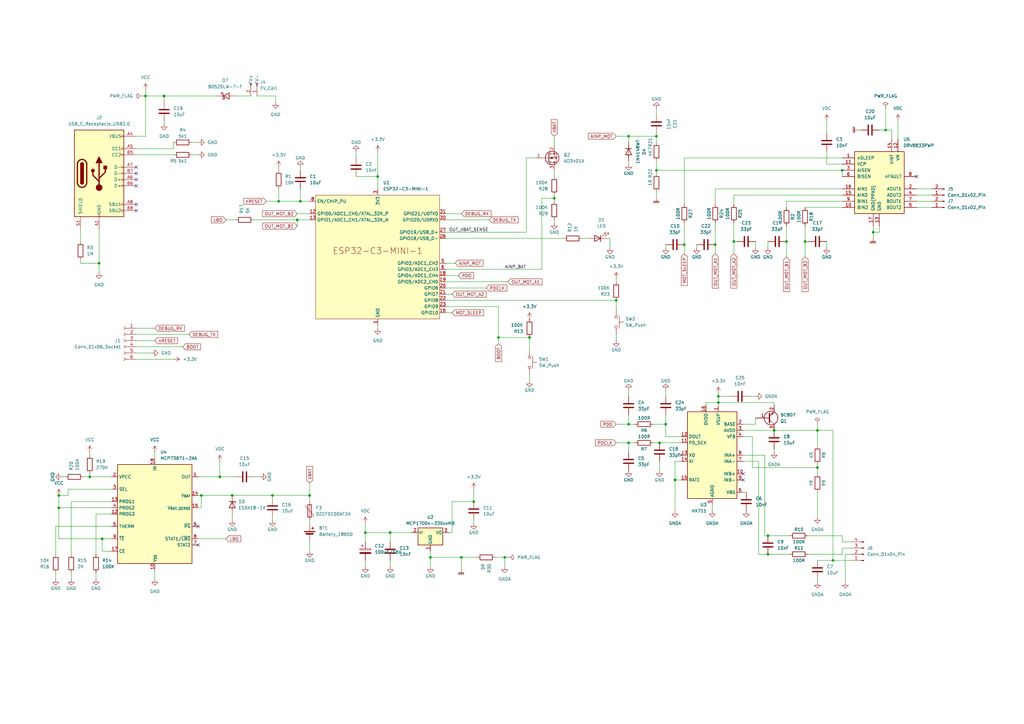
<source format=kicad_sch>
(kicad_sch (version 20230121) (generator eeschema)
  (paper "A3")
  (junction (at 90.17 195.58))
  (junction (at 335.28 176.53))
  (junction (at 204.47 138.43))
  (junction (at 317.5 176.53))
  (junction (at 294.64 162.56))
  (junction (at 176.53 228.6))
  (junction (at 314.96 219.71))
  (junction (at 273.05 173.99))
  (junction (at 335.28 191.77))
  (junction (at 269.24 55.88))
  (junction (at 269.24 69.85))
  (junction (at 322.58 99.06))
  (junction (at 300.99 99.06))
  (junction (at 293.37 100.33))
  (junction (at 294.64 165.1))
  (junction (at 257.81 181.61))
  (junction (at 257.81 173.99))
  (junction (at 127 203.2))
  (junction (at 36.83 195.58))
  (junction (at 217.17 138.43))
  (junction (at 252.73 123.19))
  (junction (at 82.55 203.2))
  (junction (at 149.86 218.44))
  (junction (at 363.22 53.34))
  (junction (at 345.44 69.85))
  (junction (at 24.13 208.28))
  (junction (at 280.67 100.33))
  (junction (at 160.02 218.44))
  (junction (at 154.94 72.39))
  (junction (at 121.92 90.17))
  (junction (at 330.2 99.06))
  (junction (at 257.81 55.88))
  (junction (at 111.76 203.2))
  (junction (at 95.25 203.2))
  (junction (at 341.63 229.87))
  (junction (at 358.14 95.25))
  (junction (at 67.31 39.37))
  (junction (at 123.19 82.55))
  (junction (at 40.64 107.95))
  (junction (at 59.69 39.37))
  (junction (at 189.23 228.6))
  (junction (at 41.91 220.98))
  (junction (at 207.01 228.6))
  (junction (at 194.31 205.74))
  (junction (at 270.51 181.61))
  (junction (at 114.3 82.55))
  (junction (at 276.86 196.85))
  (junction (at 24.13 203.2))
  (junction (at 227.33 81.28))
  (junction (at 314.96 227.33))
  (no_connect (at 81.28 215.9))
  (no_connect (at 279.4 186.69))
  (no_connect (at 55.88 86.36))
  (no_connect (at 55.88 73.66))
  (no_connect (at 304.8 196.85))
  (no_connect (at 55.88 68.58))
  (no_connect (at 81.28 223.52))
  (no_connect (at 304.8 194.31))
  (no_connect (at 55.88 71.12))
  (no_connect (at 55.88 76.2))
  (no_connect (at 375.92 72.39))
  (no_connect (at 55.88 83.82))
  (wire (pts (xy 317.5 176.53) (xy 335.28 176.53)))
  (wire (pts (xy 149.86 232.41) (xy 149.86 229.87)))
  (wire (pts (xy 335.28 191.77) (xy 335.28 190.5)))
  (wire (pts (xy 250.19 101.6) (xy 250.19 97.79)))
  (wire (pts (xy 45.72 205.74) (xy 29.21 205.74)))
  (wire (pts (xy 294.64 162.56) (xy 294.64 165.1)))
  (wire (pts (xy 105.41 39.37) (xy 113.03 39.37)))
  (wire (pts (xy 375.92 85.09) (xy 382.27 85.09)))
  (wire (pts (xy 34.29 195.58) (xy 36.83 195.58)))
  (wire (pts (xy 45.72 220.98) (xy 41.91 220.98)))
  (wire (pts (xy 330.2 99.06) (xy 330.2 92.71)))
  (wire (pts (xy 339.09 62.23) (xy 339.09 67.31)))
  (wire (pts (xy 227.33 81.28) (xy 227.33 80.01)))
  (wire (pts (xy 300.99 83.82) (xy 300.99 80.01)))
  (wire (pts (xy 322.58 92.71) (xy 322.58 99.06)))
  (wire (pts (xy 222.25 81.28) (xy 227.33 81.28)))
  (wire (pts (xy 24.13 208.28) (xy 24.13 220.98)))
  (wire (pts (xy 25.4 195.58) (xy 26.67 195.58)))
  (wire (pts (xy 200.66 90.17) (xy 182.88 90.17)))
  (wire (pts (xy 273.05 173.99) (xy 273.05 179.07)))
  (wire (pts (xy 339.09 67.31) (xy 345.44 67.31)))
  (wire (pts (xy 358.14 97.79) (xy 358.14 95.25)))
  (wire (pts (xy 227.33 91.44) (xy 227.33 90.17)))
  (wire (pts (xy 257.81 181.61) (xy 260.35 181.61)))
  (wire (pts (xy 82.55 203.2) (xy 95.25 203.2)))
  (wire (pts (xy 127 198.12) (xy 127 203.2)))
  (wire (pts (xy 345.44 219.71) (xy 331.47 219.71)))
  (wire (pts (xy 127 214.63) (xy 127 213.36)))
  (wire (pts (xy 113.03 41.91) (xy 113.03 39.37)))
  (wire (pts (xy 300.99 99.06) (xy 300.99 91.44)))
  (wire (pts (xy 257.81 55.88) (xy 269.24 55.88)))
  (wire (pts (xy 96.52 39.37) (xy 102.87 39.37)))
  (wire (pts (xy 154.94 134.62) (xy 154.94 133.35)))
  (wire (pts (xy 257.81 170.18) (xy 257.81 173.99)))
  (wire (pts (xy 280.67 100.33) (xy 280.67 104.14)))
  (wire (pts (xy 33.02 106.68) (xy 33.02 107.95)))
  (wire (pts (xy 349.25 227.33) (xy 346.71 227.33)))
  (wire (pts (xy 363.22 44.45) (xy 363.22 53.34)))
  (wire (pts (xy 358.14 95.25) (xy 358.14 92.71)))
  (wire (pts (xy 293.37 100.33) (xy 293.37 104.14)))
  (wire (pts (xy 217.17 138.43) (xy 217.17 143.51)))
  (wire (pts (xy 123.19 77.47) (xy 123.19 82.55)))
  (wire (pts (xy 67.31 41.91) (xy 67.31 39.37)))
  (wire (pts (xy 309.88 171.45) (xy 309.88 173.99)))
  (wire (pts (xy 289.56 166.37) (xy 289.56 165.1)))
  (wire (pts (xy 40.64 111.76) (xy 40.64 107.95)))
  (wire (pts (xy 365.76 53.34) (xy 365.76 57.15)))
  (wire (pts (xy 267.97 181.61) (xy 270.51 181.61)))
  (wire (pts (xy 194.31 205.74) (xy 185.42 205.74)))
  (wire (pts (xy 252.73 114.3) (xy 252.73 115.57)))
  (wire (pts (xy 36.83 195.58) (xy 45.72 195.58)))
  (wire (pts (xy 114.3 82.55) (xy 123.19 82.55)))
  (wire (pts (xy 154.94 62.23) (xy 154.94 72.39)))
  (wire (pts (xy 227.33 55.88) (xy 227.33 59.69)))
  (wire (pts (xy 58.42 39.37) (xy 59.69 39.37)))
  (wire (pts (xy 90.17 195.58) (xy 90.17 189.23)))
  (wire (pts (xy 208.28 228.6) (xy 207.01 228.6)))
  (wire (pts (xy 304.8 189.23) (xy 311.15 189.23)))
  (wire (pts (xy 322.58 99.06) (xy 322.58 105.41)))
  (wire (pts (xy 40.64 93.98) (xy 40.64 107.95)))
  (wire (pts (xy 257.81 173.99) (xy 260.35 173.99)))
  (wire (pts (xy 252.73 137.16) (xy 252.73 139.7)))
  (wire (pts (xy 176.53 228.6) (xy 189.23 228.6)))
  (wire (pts (xy 55.88 142.24) (xy 74.93 142.24)))
  (wire (pts (xy 208.28 115.57) (xy 182.88 115.57)))
  (wire (pts (xy 273.05 160.02) (xy 273.05 162.56)))
  (wire (pts (xy 289.56 165.1) (xy 294.64 165.1)))
  (wire (pts (xy 55.88 63.5) (xy 71.12 63.5)))
  (wire (pts (xy 127 226.06) (xy 127 222.25)))
  (wire (pts (xy 279.4 189.23) (xy 276.86 189.23)))
  (wire (pts (xy 207.01 228.6) (xy 207.01 232.41)))
  (wire (pts (xy 71.12 60.96) (xy 71.12 58.42)))
  (wire (pts (xy 299.72 162.56) (xy 294.64 162.56)))
  (wire (pts (xy 185.42 218.44) (xy 184.15 218.44)))
  (wire (pts (xy 176.53 228.6) (xy 176.53 232.41)))
  (wire (pts (xy 345.44 222.25) (xy 345.44 219.71)))
  (wire (pts (xy 182.88 110.49) (xy 222.25 110.49)))
  (wire (pts (xy 29.21 237.49) (xy 29.21 234.95)))
  (wire (pts (xy 59.69 39.37) (xy 67.31 39.37)))
  (wire (pts (xy 82.55 203.2) (xy 82.55 208.28)))
  (wire (pts (xy 257.81 160.02) (xy 257.81 162.56)))
  (wire (pts (xy 293.37 77.47) (xy 345.44 77.47)))
  (wire (pts (xy 269.24 54.61) (xy 269.24 55.88)))
  (wire (pts (xy 217.17 153.67) (xy 217.17 156.21)))
  (wire (pts (xy 39.37 210.82) (xy 39.37 227.33)))
  (wire (pts (xy 360.68 95.25) (xy 358.14 95.25)))
  (wire (pts (xy 199.39 118.11) (xy 182.88 118.11)))
  (wire (pts (xy 363.22 53.34) (xy 365.76 53.34)))
  (wire (pts (xy 111.76 213.36) (xy 111.76 212.09)))
  (wire (pts (xy 24.13 203.2) (xy 24.13 208.28)))
  (wire (pts (xy 41.91 220.98) (xy 41.91 226.06)))
  (wire (pts (xy 345.44 227.33) (xy 331.47 227.33)))
  (wire (pts (xy 335.28 191.77) (xy 308.61 191.77)))
  (wire (pts (xy 114.3 68.58) (xy 114.3 69.85)))
  (wire (pts (xy 248.92 97.79) (xy 250.19 97.79)))
  (wire (pts (xy 311.15 227.33) (xy 314.96 227.33)))
  (wire (pts (xy 160.02 222.25) (xy 160.02 218.44)))
  (wire (pts (xy 182.88 123.19) (xy 252.73 123.19)))
  (wire (pts (xy 55.88 137.16) (xy 77.47 137.16)))
  (wire (pts (xy 257.81 55.88) (xy 257.81 58.42)))
  (wire (pts (xy 39.37 237.49) (xy 39.37 234.95)))
  (wire (pts (xy 322.58 82.55) (xy 322.58 85.09)))
  (wire (pts (xy 341.63 176.53) (xy 335.28 176.53)))
  (wire (pts (xy 219.71 64.77) (xy 215.9 64.77)))
  (wire (pts (xy 335.28 194.31) (xy 335.28 191.77)))
  (wire (pts (xy 317.5 185.42) (xy 317.5 184.15)))
  (wire (pts (xy 81.28 195.58) (xy 90.17 195.58)))
  (wire (pts (xy 317.5 166.37) (xy 317.5 165.1)))
  (wire (pts (xy 314.96 227.33) (xy 323.85 227.33)))
  (wire (pts (xy 67.31 50.8) (xy 67.31 49.53)))
  (wire (pts (xy 345.44 82.55) (xy 322.58 82.55)))
  (wire (pts (xy 330.2 99.06) (xy 330.2 105.41)))
  (wire (pts (xy 345.44 69.85) (xy 345.44 72.39)))
  (wire (pts (xy 285.75 101.6) (xy 285.75 100.33)))
  (wire (pts (xy 335.28 229.87) (xy 341.63 229.87)))
  (wire (pts (xy 269.24 55.88) (xy 269.24 58.42)))
  (wire (pts (xy 63.5 185.42) (xy 63.5 187.96)))
  (wire (pts (xy 185.42 120.65) (xy 182.88 120.65)))
  (wire (pts (xy 335.28 176.53) (xy 335.28 182.88)))
  (wire (pts (xy 149.86 214.63) (xy 149.86 218.44)))
  (wire (pts (xy 78.74 63.5) (xy 81.28 63.5)))
  (wire (pts (xy 104.14 90.17) (xy 121.92 90.17)))
  (wire (pts (xy 280.67 64.77) (xy 345.44 64.77)))
  (wire (pts (xy 109.22 82.55) (xy 114.3 82.55)))
  (wire (pts (xy 55.88 60.96) (xy 71.12 60.96)))
  (wire (pts (xy 114.3 77.47) (xy 114.3 82.55)))
  (wire (pts (xy 41.91 220.98) (xy 24.13 220.98)))
  (wire (pts (xy 123.19 82.55) (xy 127 82.55)))
  (wire (pts (xy 203.2 228.6) (xy 207.01 228.6)))
  (wire (pts (xy 22.86 227.33) (xy 22.86 215.9)))
  (wire (pts (xy 22.86 215.9) (xy 45.72 215.9)))
  (wire (pts (xy 252.73 55.88) (xy 257.81 55.88)))
  (wire (pts (xy 215.9 64.77) (xy 215.9 95.25)))
  (wire (pts (xy 194.31 214.63) (xy 194.31 213.36)))
  (wire (pts (xy 82.55 203.2) (xy 81.28 203.2)))
  (wire (pts (xy 252.73 181.61) (xy 257.81 181.61)))
  (wire (pts (xy 123.19 68.58) (xy 123.19 69.85)))
  (wire (pts (xy 314.96 101.6) (xy 314.96 99.06)))
  (wire (pts (xy 182.88 95.25) (xy 215.9 95.25)))
  (wire (pts (xy 351.79 53.34) (xy 353.06 53.34)))
  (wire (pts (xy 257.81 67.31) (xy 257.81 66.04)))
  (wire (pts (xy 349.25 224.79) (xy 345.44 224.79)))
  (wire (pts (xy 176.53 228.6) (xy 176.53 226.06)))
  (wire (pts (xy 96.52 195.58) (xy 90.17 195.58)))
  (wire (pts (xy 160.02 218.44) (xy 168.91 218.44)))
  (wire (pts (xy 146.05 72.39) (xy 154.94 72.39)))
  (wire (pts (xy 121.92 90.17) (xy 127 90.17)))
  (wire (pts (xy 292.1 207.01) (xy 292.1 209.55)))
  (wire (pts (xy 309.88 101.6) (xy 309.88 99.06)))
  (wire (pts (xy 59.69 55.88) (xy 55.88 55.88)))
  (wire (pts (xy 267.97 173.99) (xy 273.05 173.99)))
  (wire (pts (xy 121.92 92.71) (xy 121.92 90.17)))
  (wire (pts (xy 294.64 161.29) (xy 294.64 162.56)))
  (wire (pts (xy 204.47 125.73) (xy 204.47 138.43)))
  (wire (pts (xy 314.96 219.71) (xy 323.85 219.71)))
  (wire (pts (xy 360.68 53.34) (xy 363.22 53.34)))
  (wire (pts (xy 280.67 64.77) (xy 280.67 83.82)))
  (wire (pts (xy 273.05 170.18) (xy 273.05 173.99)))
  (wire (pts (xy 189.23 228.6) (xy 189.23 233.68)))
  (wire (pts (xy 24.13 208.28) (xy 45.72 208.28)))
  (wire (pts (xy 273.05 179.07) (xy 279.4 179.07)))
  (wire (pts (xy 33.02 107.95) (xy 40.64 107.95)))
  (wire (pts (xy 81.28 58.42) (xy 78.74 58.42)))
  (wire (pts (xy 29.21 205.74) (xy 29.21 227.33)))
  (wire (pts (xy 293.37 77.47) (xy 293.37 83.82)))
  (wire (pts (xy 92.71 220.98) (xy 81.28 220.98)))
  (wire (pts (xy 185.42 128.27) (xy 182.88 128.27)))
  (wire (pts (xy 269.24 44.45) (xy 269.24 46.99)))
  (wire (pts (xy 33.02 93.98) (xy 33.02 99.06)))
  (wire (pts (xy 55.88 147.32) (xy 71.12 147.32)))
  (wire (pts (xy 339.09 49.53) (xy 339.09 54.61)))
  (wire (pts (xy 311.15 189.23) (xy 311.15 227.33)))
  (wire (pts (xy 92.71 90.17) (xy 96.52 90.17)))
  (wire (pts (xy 63.5 233.68) (xy 63.5 237.49)))
  (wire (pts (xy 304.8 176.53) (xy 317.5 176.53)))
  (wire (pts (xy 149.86 218.44) (xy 149.86 222.25)))
  (wire (pts (xy 82.55 208.28) (xy 81.28 208.28)))
  (wire (pts (xy 335.28 173.99) (xy 335.28 176.53)))
  (wire (pts (xy 55.88 139.7) (xy 63.5 139.7)))
  (wire (pts (xy 257.81 185.42) (xy 257.81 181.61)))
  (wire (pts (xy 27.94 200.66) (xy 45.72 200.66)))
  (wire (pts (xy 27.94 203.2) (xy 24.13 203.2)))
  (wire (pts (xy 276.86 196.85) (xy 279.4 196.85)))
  (wire (pts (xy 293.37 91.44) (xy 293.37 100.33)))
  (wire (pts (xy 341.63 229.87) (xy 349.25 229.87)))
  (wire (pts (xy 121.92 87.63) (xy 127 87.63)))
  (wire (pts (xy 55.88 134.62) (xy 63.5 134.62)))
  (wire (pts (xy 22.86 237.49) (xy 22.86 234.95)))
  (wire (pts (xy 308.61 179.07) (xy 304.8 179.07)))
  (wire (pts (xy 314.96 219.71) (xy 313.69 219.71)))
  (wire (pts (xy 127 203.2) (xy 111.76 203.2)))
  (wire (pts (xy 341.63 176.53) (xy 341.63 229.87)))
  (wire (pts (xy 317.5 165.1) (xy 294.64 165.1)))
  (wire (pts (xy 252.73 123.19) (xy 252.73 127)))
  (wire (pts (xy 111.76 204.47) (xy 111.76 203.2)))
  (wire (pts (xy 270.51 193.04) (xy 270.51 189.23)))
  (wire (pts (xy 252.73 173.99) (xy 257.81 173.99)))
  (wire (pts (xy 276.86 209.55) (xy 276.86 196.85)))
  (wire (pts (xy 187.96 113.03) (xy 182.88 113.03)))
  (wire (pts (xy 360.68 92.71) (xy 360.68 95.25)))
  (wire (pts (xy 269.24 78.74) (xy 269.24 81.28)))
  (wire (pts (xy 182.88 125.73) (xy 204.47 125.73)))
  (wire (pts (xy 269.24 71.12) (xy 269.24 69.85)))
  (wire (pts (xy 67.31 39.37) (xy 88.9 39.37)))
  (wire (pts (xy 309.88 162.56) (xy 307.34 162.56)))
  (wire (pts (xy 27.94 200.66) (xy 27.94 203.2)))
  (wire (pts (xy 335.28 212.09) (xy 335.28 201.93)))
  (wire (pts (xy 273.05 101.6) (xy 273.05 100.33)))
  (wire (pts (xy 349.25 222.25) (xy 345.44 222.25)))
  (wire (pts (xy 309.88 173.99) (xy 304.8 173.99)))
  (wire (pts (xy 45.72 210.82) (xy 39.37 210.82)))
  (wire (pts (xy 154.94 72.39) (xy 154.94 77.47)))
  (wire (pts (xy 182.88 87.63) (xy 189.23 87.63)))
  (wire (pts (xy 335.28 238.76) (xy 335.28 237.49)))
  (wire (pts (xy 345.44 224.79) (xy 345.44 227.33)))
  (wire (pts (xy 146.05 62.23) (xy 146.05 64.77)))
  (wire (pts (xy 95.25 203.2) (xy 111.76 203.2)))
  (wire (pts (xy 194.31 200.66) (xy 194.31 205.74)))
  (wire (pts (xy 149.86 218.44) (xy 160.02 218.44)))
  (wire (pts (xy 270.51 181.61) (xy 279.4 181.61)))
  (wire (pts (xy 294.64 165.1) (xy 294.64 166.37)))
  (wire (pts (xy 375.92 80.01) (xy 382.27 80.01)))
  (wire (pts (xy 238.76 97.79) (xy 241.3 97.79)))
  (wire (pts (xy 308.61 191.77) (xy 308.61 179.07)))
  (wire (pts (xy 41.91 226.06) (xy 45.72 226.06)))
  (wire (pts (xy 204.47 140.97) (xy 204.47 138.43)))
  (wire (pts (xy 375.92 82.55) (xy 382.27 82.55)))
  (wire (pts (xy 276.86 189.23) (xy 276.86 196.85)))
  (wire (pts (xy 280.67 91.44) (xy 280.67 100.33)))
  (wire (pts (xy 95.25 213.36) (xy 95.25 210.82)))
  (wire (pts (xy 59.69 39.37) (xy 59.69 55.88)))
  (wire (pts (xy 300.99 80.01) (xy 345.44 80.01)))
  (wire (pts (xy 227.33 72.39) (xy 227.33 69.85)))
  (wire (pts (xy 36.83 186.69) (xy 36.83 185.42)))
  (wire (pts (xy 185.42 205.74) (xy 185.42 218.44)))
  (wire (pts (xy 375.92 77.47) (xy 382.27 77.47)))
  (wire (pts (xy 160.02 232.41) (xy 160.02 229.87)))
  (wire (pts (xy 300.99 104.14) (xy 300.99 99.06)))
  (wire (pts (xy 306.07 201.93) (xy 304.8 201.93)))
  (wire (pts (xy 59.69 36.83) (xy 59.69 39.37)))
  (wire (pts (xy 36.83 195.58) (xy 36.83 194.31)))
  (wire (pts (xy 186.69 107.95) (xy 182.88 107.95)))
  (wire (pts (xy 204.47 138.43) (xy 217.17 138.43)))
  (wire (pts (xy 346.71 227.33) (xy 346.71 238.76)))
  (wire (pts (xy 313.69 186.69) (xy 313.69 219.71)))
  (wire (pts (xy 368.3 49.53) (xy 368.3 57.15)))
  (wire (pts (xy 330.2 85.09) (xy 345.44 85.09)))
  (wire (pts (xy 331.47 99.06) (xy 330.2 99.06)))
  (wire (pts (xy 127 205.74) (xy 127 203.2)))
  (wire (pts (xy 106.68 195.58) (xy 104.14 195.58)))
  (wire (pts (xy 222.25 81.28) (xy 222.25 110.49)))
  (wire (pts (xy 304.8 186.69) (xy 313.69 186.69)))
  (wire (pts (xy 55.88 144.78) (xy 62.23 144.78)))
  (wire (pts (xy 189.23 228.6) (xy 195.58 228.6)))
  (wire (pts (xy 269.24 66.04) (xy 269.24 69.85)))
  (wire (pts (xy 339.09 101.6) (xy 339.09 99.06)))
  (wire (pts (xy 182.88 97.79) (xy 231.14 97.79)))
  (wire (pts (xy 269.24 69.85) (xy 345.44 69.85)))
  (wire (pts (xy 302.26 99.06) (xy 300.99 99.06)))
  (wire (pts (xy 227.33 82.55) (xy 227.33 81.28)))
  (label "AINP_BAT" (at 207.01 110.49 0))
  (label "OUT_VBAT_SENSE" (at 184.15 95.25 0))
  (global_label "OUT_MOT_A1" (shape input) (at 208.28 115.57 0) (property "Intersheetrefs" "${INTERSHEET_REFS}" (effects hide)))
  (global_label "PDCLK" (shape input) (at 252.73 181.61 180) (property "Intersheetrefs" "${INTERSHEET_REFS}" (effects hide)))
  (global_label "VBAT" (shape input) (at 127 198.12 90) (property "Intersheetrefs" "${INTERSHEET_REFS}" (effects hide)))
  (global_label "DEBUG_TX" (shape input) (at 77.47 137.16 0) (property "Intersheetrefs" "${INTERSHEET_REFS}" (effects hide)))
  (global_label "OUT_MOT_A2" (shape input) (at 300.99 104.14 270) (property "Intersheetrefs" "${INTERSHEET_REFS}" (effects hide)))
  (global_label "nRESET" (shape input) (at 63.5 139.7 0) (property "Intersheetrefs" "${INTERSHEET_REFS}" (effects hide)))
  (global_label "AINP_MOT" (shape input) (at 252.73 55.88 180) (property "Intersheetrefs" "${INTERSHEET_REFS}" (effects hide)))
  (global_label "DEBUG_TX" (shape input) (at 200.66 90.17 0) (property "Intersheetrefs" "${INTERSHEET_REFS}" (effects hide)))
  (global_label "OUT_MOT_B2" (shape input) (at 330.2 105.41 270) (property "Intersheetrefs" "${INTERSHEET_REFS}" (effects hide)))
  (global_label "PDCLK" (shape input) (at 199.39 118.11 0) (property "Intersheetrefs" "${INTERSHEET_REFS}" (effects hide)))
  (global_label "PDO" (shape input) (at 187.96 113.03 0) (property "Intersheetrefs" "${INTERSHEET_REFS}" (effects hide)))
  (global_label "DEBUG_RX" (shape input) (at 189.23 87.63 0) (property "Intersheetrefs" "${INTERSHEET_REFS}" (effects hide)))
  (global_label "VBAT" (shape input) (at 227.33 55.88 90) (property "Intersheetrefs" "${INTERSHEET_REFS}" (effects hide)))
  (global_label "LBO" (shape input) (at 92.71 220.98 0) (property "Intersheetrefs" "${INTERSHEET_REFS}" (effects hide)))
  (global_label "OUT_MOT_B1" (shape input) (at 121.92 92.71 180) (property "Intersheetrefs" "${INTERSHEET_REFS}" (effects hide)))
  (global_label "AINP_MOT" (shape input) (at 186.69 107.95 0) (property "Intersheetrefs" "${INTERSHEET_REFS}" (effects hide)))
  (global_label "LBO" (shape input) (at 92.71 90.17 180) (property "Intersheetrefs" "${INTERSHEET_REFS}" (effects hide)))
  (global_label "PDO" (shape input) (at 252.73 173.99 180) (property "Intersheetrefs" "${INTERSHEET_REFS}" (effects hide)))
  (global_label "OUT_MOT_A2" (shape input) (at 185.42 120.65 0) (property "Intersheetrefs" "${INTERSHEET_REFS}" (effects hide)))
  (global_label "OUT_MOT_A1" (shape input) (at 293.37 104.14 270) (property "Intersheetrefs" "${INTERSHEET_REFS}" (effects hide)))
  (global_label "DEBUG_RX" (shape input) (at 63.5 134.62 0) (property "Intersheetrefs" "${INTERSHEET_REFS}" (effects hide)))
  (global_label "MOT_SLEEP" (shape input) (at 280.67 104.14 270) (property "Intersheetrefs" "${INTERSHEET_REFS}" (effects hide)))
  (global_label "BOOT" (shape input) (at 204.47 140.97 270) (property "Intersheetrefs" "${INTERSHEET_REFS}" (effects hide)))
  (global_label "OUT_MOT_B2" (shape input) (at 121.92 87.63 180) (property "Intersheetrefs" "${INTERSHEET_REFS}" (effects hide)))
  (global_label "OUT_MOT_B1" (shape input) (at 322.58 105.41 270) (property "Intersheetrefs" "${INTERSHEET_REFS}" (effects hide)))
  (global_label "MOT_SLEEP" (shape input) (at 185.42 128.27 0) (property "Intersheetrefs" "${INTERSHEET_REFS}" (effects hide)))
  (global_label "nRESET" (shape input) (at 109.22 82.55 180) (property "Intersheetrefs" "${INTERSHEET_REFS}" (effects hide)))
  (global_label "BOOT" (shape input) (at 74.93 142.24 0) (property "Intersheetrefs" "${INTERSHEET_REFS}" (effects hide)))
  (symbol (lib_id "power:PWR_FLAG") (at 208.28 228.6 270) (unit 1)
    (property "Reference" "#FLG03" (effects hide))
    (property "Value" "PWR_FLAG" (at 212.09 228.6 90) (effects (justify left)))
  )
  (symbol (lib_id "power:GNDA") (at 306.07 209.55 0) (unit 1)
    (property "Reference" "#PWR015" (effects hide))
    (property "Value" "GNDA" (at 306.07 214.63 0))
  )
  (symbol (lib_id "Connector:Conn_01x06_Socket") (at 50.8 139.7 0) (mirror y) (unit 1)
    (property "Reference" "J1" (at 49.53 139.7 0) (effects (justify left)))
    (property "Value" "Conn_01x06_Socket" (at 49.53 142.24 0) (effects (justify left)))
    (property "Footprint" "Connector_PinHeader_2.54mm:PinHeader_1x06_P2.54mm_Vertical" (effects hide))
  )
  (symbol (lib_name "GND_3") (lib_id "power:GND") (at 257.81 160.02 180) (unit 1)
    (property "Reference" "#PWR019" (effects hide))
    (property "Value" "GND" (at 257.81 156.21 0))
  )
  (symbol (lib_name "GND_3") (lib_id "power:GND") (at 252.73 139.7 0) (mirror y) (unit 1)
    (property "Reference" "#PWR025" (effects hide))
    (property "Value" "GND" (at 252.73 143.51 0))
  )
  (symbol (lib_id "Device:R") (at 327.66 227.33 90) (unit 1)
    (property "Reference" "R11" (at 327.66 224.79 90))
    (property "Value" "100R" (at 327.66 229.87 90))
    (property "Footprint" "Resistor_SMD:R_0805_2012Metric_Pad1.20x1.40mm_HandSolder" (effects hide))
  )
  (symbol (lib_id "power:GNDA") (at 276.86 209.55 0) (unit 1)
    (property "Reference" "#PWR017" (effects hide))
    (property "Value" "GNDA" (at 276.86 214.63 0))
  )
  (symbol (lib_id "Device:R") (at 36.83 190.5 180) (unit 1)
    (property "Reference" "R19" (at 39.37 189.23 0) (effects (justify right)))
    (property "Value" "270K" (at 39.37 191.77 0) (effects (justify right)))
    (property "Footprint" "Resistor_SMD:R_0805_2012Metric_Pad1.20x1.40mm_HandSolder" (effects hide))
  )
  (symbol (lib_id "Device:R") (at 264.16 181.61 270) (unit 1)
    (property "Reference" "R7" (at 264.16 184.15 90))
    (property "Value" "100R" (at 264.16 179.07 90))
    (property "Footprint" "Resistor_SMD:R_0805_2012Metric_Pad1.20x1.40mm_HandSolder" (effects hide))
  )
  (symbol (lib_id "Regulator_Linear:MCP1700x-330xxMB") (at 176.53 218.44 0) (unit 1)
    (property "Reference" "U2" (at 176.53 212.09 0))
    (property "Value" "MCP1700x-330xxMB" (at 176.53 214.63 0))
    (property "Footprint" "Package_TO_SOT_SMD:SOT-89-3" (effects hide))
    (property "Datasheet" "http://ww1.microchip.com/downloads/en/DeviceDoc/20001826D.pdf" (effects hide))
  )
  (symbol (lib_id "power:+3.3V") (at 252.73 114.3 0) (unit 1)
    (property "Reference" "#PWR027" (effects hide))
    (property "Value" "+3.3V" (at 252.73 109.22 0))
  )
  (symbol (lib_id "Device:C") (at 306.07 99.06 90) (unit 1)
    (property "Reference" "C23" (at 306.07 91.44 90))
    (property "Value" "33pF" (at 306.07 93.98 90))
    (property "Footprint" "Capacitor_SMD:C_0805_2012Metric_Pad1.18x1.45mm_HandSolder" (effects hide))
  )
  (symbol (lib_name "GND_3") (lib_id "power:GND") (at 25.4 195.58 270) (mirror x) (unit 1)
    (property "Reference" "#PWR049" (effects hide))
    (property "Value" "GND" (at 21.59 195.58 0))
  )
  (symbol (lib_id "Device:C") (at 67.31 45.72 0) (unit 1)
    (property "Reference" "C19" (at 71.12 44.45 0) (effects (justify left)))
    (property "Value" "10uF" (at 71.12 46.99 0) (effects (justify left)))
    (property "Footprint" "Capacitor_SMD:C_0805_2012Metric_Pad1.18x1.45mm_HandSolder" (effects hide))
  )
  (symbol (lib_id "Transistor_FET:AO3401A") (at 224.79 64.77 0) (mirror x) (unit 1)
    (property "Reference" "Q2" (at 231.14 63.5 0) (effects (justify left)))
    (property "Value" "AO3401A" (at 231.14 66.04 0) (effects (justify left)))
    (property "Footprint" "Package_TO_SOT_SMD:SOT-23" (effects hide))
    (property "Datasheet" "http://www.aosmd.com/pdfs/datasheet/AO3401A.pdf" (effects hide))
  )
  (symbol (lib_id "Diode:1N4148WT") (at 257.81 62.23 270) (unit 1)
    (property "Reference" "D4" (at 264.16 62.23 0))
    (property "Value" "1N4148WT" (at 261.62 62.23 0))
    (property "Footprint" "Diode_SMD:D_SOD-123F" (effects hide))
    (property "Datasheet" "https://www.diodes.com/assets/Datasheets/ds30396.pdf" (effects hide))
    (property "Sim.Device" "D" (effects hide))
    (property "Sim.Pins" "1=K 2=A" (effects hide))
  )
  (symbol (lib_name "GND_3") (lib_id "power:GND") (at 273.05 160.02 180) (unit 1)
    (property "Reference" "#PWR035" (effects hide))
    (property "Value" "GND" (at 273.05 156.21 0))
  )
  (symbol (lib_id "Device:LED") (at 245.11 97.79 180) (unit 1)
    (property "Reference" "D1" (at 246.6975 90.17 0))
    (property "Value" "LED" (at 246.6975 92.71 0))
    (property "Footprint" "LED_SMD:LED_1210_3225Metric_Pad1.42x2.65mm_HandSolder" (effects hide))
  )
  (symbol (lib_id "Device:R") (at 269.24 74.93 0) (unit 1)
    (property "Reference" "R22" (at 266.7 71.12 90))
    (property "Value" "1R" (at 266.7 74.93 90))
    (property "Footprint" "Resistor_SMD:R_0805_2012Metric_Pad1.20x1.40mm_HandSolder" (effects hide))
  )
  (symbol (lib_id "Device:C") (at 317.5 180.34 180) (unit 1)
    (property "Reference" "C8" (at 321.31 179.07 0) (effects (justify right)))
    (property "Value" "10uF" (at 321.31 181.61 0) (effects (justify right)))
    (property "Footprint" "Capacitor_SMD:C_0805_2012Metric_Pad1.18x1.45mm_HandSolder" (effects hide))
  )
  (symbol (lib_id "Device:R") (at 74.93 58.42 90) (unit 1)
    (property "Reference" "R4" (at 74.93 53.34 90))
    (property "Value" "5k1" (at 74.93 55.88 90))
    (property "Footprint" "Resistor_SMD:R_0805_2012Metric_Pad1.20x1.40mm_HandSolder" (effects hide))
  )
  (symbol (lib_id "Device:R") (at 39.37 231.14 180) (unit 1)
    (property "Reference" "R14" (at 41.91 229.87 0) (effects (justify right)))
    (property "Value" "100K" (at 41.91 232.41 0) (effects (justify right)))
    (property "Footprint" "Resistor_SMD:R_0805_2012Metric_Pad1.20x1.40mm_HandSolder" (effects hide))
  )
  (symbol (lib_id "power:GNDA") (at 317.5 185.42 0) (unit 1)
    (property "Reference" "#PWR021" (effects hide))
    (property "Value" "GNDA" (at 317.5 190.5 0))
  )
  (symbol (lib_name "VDC_1") (lib_id "power:VDC") (at 368.3 49.53 0) (unit 1)
    (property "Reference" "#PWR045" (effects hide))
    (property "Value" "VDC" (at 368.3 44.45 0))
  )
  (symbol (lib_id "Device:C") (at 160.02 226.06 180) (unit 1)
    (property "Reference" "C13" (at 163.83 224.79 0) (effects (justify right)))
    (property "Value" "10nF" (at 163.83 227.33 0) (effects (justify right)))
    (property "Footprint" "Capacitor_SMD:C_0805_2012Metric_Pad1.18x1.45mm_HandSolder" (effects hide))
  )
  (symbol (lib_id "Device:C") (at 100.33 195.58 90) (unit 1)
    (property "Reference" "C15" (at 100.33 187.96 90))
    (property "Value" "10uF" (at 100.33 190.5 90))
    (property "Footprint" "Capacitor_SMD:C_0805_2012Metric_Pad1.18x1.45mm_HandSolder" (effects hide))
  )
  (symbol (lib_id "power:GND") (at 62.23 144.78 90) (unit 1)
    (property "Reference" "#PWR06" (effects hide))
    (property "Value" "GND" (at 66.04 144.78 90) (effects (justify right)))
  )
  (symbol (lib_name "GND_3") (lib_id "power:GND") (at 227.33 91.44 0) (mirror y) (unit 1)
    (property "Reference" "#PWR056" (effects hide))
    (property "Value" "GND" (at 227.33 95.25 0))
  )
  (symbol (lib_name "GND_3") (lib_id "power:GND") (at 257.81 193.04 0) (unit 1)
    (property "Reference" "#PWR018" (effects hide))
    (property "Value" "GND" (at 257.81 196.85 0))
  )
  (symbol (lib_name "GND_3") (lib_id "power:GND") (at 146.05 62.23 180) (unit 1)
    (property "Reference" "#PWR03" (effects hide))
    (property "Value" "GND" (at 146.05 58.42 0))
  )
  (symbol (lib_id "Device:C") (at 303.53 162.56 270) (unit 1)
    (property "Reference" "C25" (at 303.53 154.94 90))
    (property "Value" "10nF" (at 303.53 157.48 90))
    (property "Footprint" "Capacitor_SMD:C_0805_2012Metric_Pad1.18x1.45mm_HandSolder" (effects hide))
  )
  (symbol (lib_name "GND_3") (lib_id "power:GND") (at 106.68 195.58 90) (mirror x) (unit 1)
    (property "Reference" "#PWR037" (effects hide))
    (property "Value" "GND" (at 110.49 195.58 0))
  )
  (symbol (lib_id "Transistor_BJT:BC807") (at 314.96 171.45 0) (mirror x) (unit 1)
    (property "Reference" "Q1" (at 320.04 172.72 0) (effects (justify left)))
    (property "Value" "BC807" (at 320.04 170.18 0) (effects (justify left)))
    (property "Footprint" "Package_TO_SOT_SMD:SOT-23" (effects hide))
    (property "Datasheet" "https://www.onsemi.com/pub/Collateral/BC808-D.pdf" (effects hide))
  )
  (symbol (lib_id "power:GNDA") (at 346.71 238.76 0) (unit 1)
    (property "Reference" "#PWR023" (effects hide))
    (property "Value" "GNDA" (at 346.71 243.84 0))
  )
  (symbol (lib_id "power:VCC") (at 24.13 203.2 0) (unit 1)
    (property "Reference" "#PWR052" (effects hide))
    (property "Value" "VCC" (at 24.13 198.12 0))
  )
  (symbol (lib_id "power:GNDA") (at 309.88 162.56 90) (unit 1)
    (property "Reference" "#PWR036" (effects hide))
    (property "Value" "GNDA" (at 313.69 162.56 90) (effects (justify right)))
  )
  (symbol (lib_id "power:VCC") (at 59.69 36.83 0) (unit 1)
    (property "Reference" "#PWR048" (effects hide))
    (property "Value" "VCC" (at 59.69 31.75 0))
  )
  (symbol (lib_id "Device:C") (at 273.05 166.37 0) (unit 1)
    (property "Reference" "C24" (at 276.86 165.1 0) (effects (justify left)))
    (property "Value" "33pF" (at 276.86 167.64 0) (effects (justify left)))
    (property "Footprint" "Capacitor_SMD:C_0805_2012Metric_Pad1.18x1.45mm_HandSolder" (effects hide))
  )
  (symbol (lib_id "power:GNDA") (at 207.01 232.41 0) (unit 1)
    (property "Reference" "#PWR066" (effects hide))
    (property "Value" "GNDA" (at 207.01 237.49 0))
  )
  (symbol (lib_id "Battery_Management:MCP73871-2AA") (at 63.5 210.82 0) (unit 1)
    (property "Reference" "U4" (at 65.6941 185.42 0) (effects (justify left)))
    (property "Value" "MCP73871-2AA" (at 65.6941 187.96 0) (effects (justify left)))
    (property "Footprint" "Package_DFN_QFN:QFN-20-1EP_4x4mm_P0.5mm_EP2.5x2.5mm" (effects hide))
    (property "Datasheet" "http://www.mouser.com/ds/2/268/22090a-52174.pdf" (effects hide))
  )
  (symbol (lib_id "Device:C") (at 314.96 223.52 180) (unit 1)
    (property "Reference" "C9" (at 318.77 222.25 0) (effects (justify right)))
    (property "Value" "10nF" (at 318.77 224.79 0) (effects (justify right)))
    (property "Footprint" "Capacitor_SMD:C_0805_2012Metric_Pad1.18x1.45mm_HandSolder" (effects hide))
  )
  (symbol (lib_id "Switch:SW_Push") (at 252.73 132.08 270) (unit 1)
    (property "Reference" "SW2" (at 256.54 130.81 90) (effects (justify left)))
    (property "Value" "SW_Push" (at 256.54 133.35 90) (effects (justify left)))
    (property "Footprint" "Button_Switch_THT:SW_Tactile_SPST_Angled_PTS645Vx58-2LFS" (effects hide))
  )
  (symbol (lib_name "VDC_1") (lib_id "power:VDC") (at 149.86 214.63 0) (unit 1)
    (property "Reference" "#PWR062" (effects hide))
    (property "Value" "VDC" (at 149.86 209.55 0))
  )
  (symbol (lib_id "Device:R") (at 300.99 87.63 0) (unit 1)
    (property "Reference" "R25" (at 303.53 87.63 90))
    (property "Value" "100R" (at 298.45 87.63 90))
    (property "Footprint" "Resistor_SMD:R_0805_2012Metric_Pad1.20x1.40mm_HandSolder" (effects hide))
  )
  (symbol (lib_name "GND_3") (lib_id "power:GND") (at 127 226.06 0) (mirror y) (unit 1)
    (property "Reference" "#PWR032" (effects hide))
    (property "Value" "GND" (at 127 229.87 0))
  )
  (symbol (lib_id "Device:R") (at 30.48 195.58 270) (unit 1)
    (property "Reference" "R20" (at 29.21 193.04 0) (effects (justify right)))
    (property "Value" "100K" (at 31.75 193.04 0) (effects (justify right)))
    (property "Footprint" "Resistor_SMD:R_0805_2012Metric_Pad1.20x1.40mm_HandSolder" (effects hide))
  )
  (symbol (lib_id "Device:R") (at 322.58 88.9 0) (unit 1)
    (property "Reference" "R2" (at 325.12 88.9 90))
    (property "Value" "100R" (at 320.04 88.9 90))
    (property "Footprint" "Resistor_SMD:R_0805_2012Metric_Pad1.20x1.40mm_HandSolder" (effects hide))
  )
  (symbol (lib_id "Device:R") (at 234.95 97.79 270) (unit 1)
    (property "Reference" "R12" (at 233.68 95.25 0) (effects (justify right)))
    (property "Value" "1K" (at 236.22 95.25 0) (effects (justify right)))
    (property "Footprint" "Resistor_SMD:R_0805_2012Metric_Pad1.20x1.40mm_HandSolder" (effects hide))
  )
  (symbol (lib_id "power:PWR_FLAG") (at 363.22 44.45 0) (unit 1)
    (property "Reference" "#FLG04" (effects hide))
    (property "Value" "PWR_FLAG" (at 363.22 39.37 0))
  )
  (symbol (lib_id "Device:C") (at 257.81 189.23 0) (unit 1)
    (property "Reference" "C5" (at 261.62 187.96 0) (effects (justify left)))
    (property "Value" "33pF" (at 261.62 190.5 0) (effects (justify left)))
    (property "Footprint" "Capacitor_SMD:C_0805_2012Metric_Pad1.18x1.45mm_HandSolder" (effects hide))
  )
  (symbol (lib_id "Switch:SW_Push") (at 217.17 148.59 270) (unit 1)
    (property "Reference" "SW1" (at 220.98 147.32 90) (effects (justify left)))
    (property "Value" "SW_Push" (at 220.98 149.86 90) (effects (justify left)))
    (property "Footprint" "Button_Switch_THT:SW_Tactile_SPST_Angled_PTS645Vx58-2LFS" (effects hide))
  )
  (symbol (lib_id "power:+3.3V") (at 114.3 68.58 0) (unit 1)
    (property "Reference" "#PWR02" (effects hide))
    (property "Value" "+3.3V" (at 114.3 63.5 0))
  )
  (symbol (lib_id "Connector:USB_C_Receptacle_USB2.0") (at 40.64 71.12 0) (unit 1)
    (property "Reference" "J2" (at 40.64 48.26 0))
    (property "Value" "USB_C_Receptacle_USB2.0" (at 40.64 50.8 0))
    (property "Footprint" "Connector_USB:USB_C_Receptacle_GCT_USB4105-xx-A_16P_TopMnt_Horizontal" (effects hide))
    (property "Datasheet" "https://www.usb.org/sites/default/files/documents/usb_type-c.zip" (effects hide))
  )
  (symbol (lib_name "GND_3") (lib_id "power:GND") (at 176.53 232.41 0) (mirror y) (unit 1)
    (property "Reference" "#PWR064" (effects hide))
    (property "Value" "GND" (at 176.53 236.22 0))
  )
  (symbol (lib_id "power:GND") (at 63.5 237.49 0) (unit 1)
    (property "Reference" "#PWR044" (effects hide))
    (property "Value" "GND" (at 63.5 242.57 0))
  )
  (symbol (lib_id "power:+3.3V") (at 154.94 62.23 0) (unit 1)
    (property "Reference" "#PWR04" (effects hide))
    (property "Value" "+3.3V" (at 154.94 57.15 0))
  )
  (symbol (lib_name "GND_3") (lib_id "power:GND") (at 194.31 214.63 0) (mirror y) (unit 1)
    (property "Reference" "#PWR067" (effects hide))
    (property "Value" "GND" (at 194.31 218.44 0))
  )
  (symbol (lib_id "Device:R") (at 227.33 76.2 0) (unit 1)
    (property "Reference" "R28" (at 224.79 77.47 0) (effects (justify right)))
    (property "Value" "100K" (at 224.79 74.93 0) (effects (justify right)))
    (property "Footprint" "Resistor_SMD:R_0805_2012Metric_Pad1.20x1.40mm_HandSolder" (effects hide))
  )
  (symbol (lib_name "GND_3") (lib_id "power:GND") (at 29.21 237.49 0) (mirror y) (unit 1)
    (property "Reference" "#PWR031" (effects hide))
    (property "Value" "GND" (at 29.21 241.3 0))
  )
  (symbol (lib_name "GND_3") (lib_id "power:GND") (at 269.24 44.45 180) (unit 1)
    (property "Reference" "#PWR058" (effects hide))
    (property "Value" "GND" (at 269.24 40.64 0))
  )
  (symbol (lib_id "power:+3.3V") (at 194.31 200.66 0) (unit 1)
    (property "Reference" "#PWR068" (effects hide))
    (property "Value" "+3.3V" (at 194.31 195.58 0))
  )
  (symbol (lib_id "Device:R") (at 199.39 228.6 90) (unit 1)
    (property "Reference" "R30" (at 200.66 231.14 0) (effects (justify right)))
    (property "Value" "0R" (at 198.12 231.14 0) (effects (justify right)))
    (property "Footprint" "Resistor_SMD:R_0805_2012Metric_Pad1.20x1.40mm_HandSolder" (effects hide))
  )
  (symbol (lib_id "Device:R") (at 217.17 134.62 0) (unit 1)
    (property "Reference" "R13" (at 214.63 135.89 0) (effects (justify right)))
    (property "Value" "100K" (at 214.63 133.35 0) (effects (justify right)))
    (property "Footprint" "Resistor_SMD:R_0805_2012Metric_Pad1.20x1.40mm_HandSolder" (effects hide))
  )
  (symbol (lib_id "Device:R") (at 114.3 73.66 180) (unit 1)
    (property "Reference" "R1" (at 116.84 72.39 0) (effects (justify right)))
    (property "Value" "10K" (at 116.84 74.93 0) (effects (justify right)))
    (property "Footprint" "Resistor_SMD:R_0805_2012Metric_Pad1.20x1.40mm_HandSolder" (effects hide))
  )
  (symbol (lib_name "GND_3") (lib_id "power:GND") (at 314.96 101.6 0) (unit 1)
    (property "Reference" "#PWR09" (effects hide))
    (property "Value" "GND" (at 314.96 105.41 0))
  )
  (symbol (lib_name "GND_3") (lib_id "power:GND") (at 257.81 67.31 0) (unit 1)
    (property "Reference" "#PWR057" (effects hide))
    (property "Value" "GND" (at 257.81 71.12 0))
  )
  (symbol (lib_id "Analog_ADC:HX711") (at 292.1 186.69 0) (mirror y) (unit 1)
    (property "Reference" "U3" (at 289.9059 207.01 0) (effects (justify left)))
    (property "Value" "HX711" (at 289.9059 209.55 0) (effects (justify left)))
    (property "Footprint" "Package_SO:SOP-16_3.9x9.9mm_P1.27mm" (effects hide))
    (property "Datasheet" "https://cdn.sparkfun.com/datasheets/Sensors/ForceFlex/hx711_english.pdf" (effects hide))
  )
  (symbol (lib_name "GND_3") (lib_id "power:GND") (at 123.19 68.58 0) (mirror x) (unit 1)
    (property "Reference" "#PWR01" (effects hide))
    (property "Value" "GND" (at 123.19 64.77 0))
  )
  (symbol (lib_id "Device:R") (at 264.16 173.99 270) (unit 1)
    (property "Reference" "R6" (at 264.16 176.53 90))
    (property "Value" "100R" (at 264.16 171.45 90))
    (property "Footprint" "Resistor_SMD:R_0805_2012Metric_Pad1.20x1.40mm_HandSolder" (effects hide))
  )
  (symbol (lib_name "GND_3") (lib_id "power:GND") (at 273.05 101.6 0) (unit 1)
    (property "Reference" "#PWR050" (effects hide))
    (property "Value" "GND" (at 273.05 105.41 0))
  )
  (symbol (lib_id "power:GND") (at 154.94 134.62 0) (unit 1)
    (property "Reference" "#PWR05" (effects hide))
    (property "Value" "GND" (at 154.94 139.7 0))
  )
  (symbol (lib_id "Device:C") (at 269.24 50.8 0) (unit 1)
    (property "Reference" "C21" (at 276.86 50.8 90))
    (property "Value" "15nF" (at 274.32 50.8 90))
    (property "Footprint" "Capacitor_SMD:C_0805_2012Metric_Pad1.18x1.45mm_HandSolder" (effects hide))
  )
  (symbol (lib_name "GND_3") (lib_id "power:GND") (at 339.09 101.6 0) (unit 1)
    (property "Reference" "#PWR014" (effects hide))
    (property "Value" "GND" (at 339.09 105.41 0))
  )
  (symbol (lib_id "Device:R") (at 33.02 102.87 180) (unit 1)
    (property "Reference" "R3" (at 35.56 101.6 0) (effects (justify right)))
    (property "Value" "1M" (at 35.56 104.14 0) (effects (justify right)))
    (property "Footprint" "Resistor_SMD:R_0805_2012Metric_Pad1.20x1.40mm_HandSolder" (effects hide))
  )
  (symbol (lib_id "PCM_Espressif:ESP32-C3-MINI-1") (at 154.94 105.41 0) (unit 1)
    (property "Reference" "U1" (at 157.1341 74.93 0) (effects (justify left)))
    (property "Value" "ESP32-C3-MINI-1" (at 157.1341 77.47 0) (effects (justify left)))
    (property "Footprint" "PCM_Espressif:ESP32-C3-MINI-1" (effects hide))
    (property "Datasheet" "https://www.espressif.com/sites/default/files/documentation/esp32-c3-mini-1_datasheet_en.pdf" (effects hide))
  )
  (symbol (lib_name "GND_3") (lib_id "power:GND") (at 217.17 156.21 0) (mirror y) (unit 1)
    (property "Reference" "#PWR028" (effects hide))
    (property "Value" "GND" (at 217.17 160.02 0))
  )
  (symbol (lib_id "power:VCC") (at 36.83 185.42 0) (unit 1)
    (property "Reference" "#PWR042" (effects hide))
    (property "Value" "VCC" (at 36.83 180.34 0))
  )
  (symbol (lib_id "Device:C") (at 356.87 53.34 90) (unit 1)
    (property "Reference" "C20" (at 356.87 45.72 90))
    (property "Value" "10uF" (at 356.87 48.26 90))
    (property "Footprint" "Capacitor_SMD:C_0805_2012Metric_Pad1.18x1.45mm_HandSolder" (effects hide))
  )
  (symbol (lib_id "Device:C") (at 257.81 166.37 0) (unit 1)
    (property "Reference" "C4" (at 261.62 165.1 0) (effects (justify left)))
    (property "Value" "33pF" (at 261.62 167.64 0) (effects (justify left)))
    (property "Footprint" "Capacitor_SMD:C_0805_2012Metric_Pad1.18x1.45mm_HandSolder" (effects hide))
  )
  (symbol (lib_name "GND_3") (lib_id "power:GND") (at 250.19 101.6 0) (mirror y) (unit 1)
    (property "Reference" "#PWR039" (effects hide))
    (property "Value" "GND" (at 250.19 105.41 0))
  )
  (symbol (lib_id "Device:R") (at 269.24 62.23 0) (unit 1)
    (property "Reference" "R21" (at 266.7 58.42 90))
    (property "Value" "4K7" (at 266.7 62.23 90))
    (property "Footprint" "Resistor_SMD:R_0805_2012Metric_Pad1.20x1.40mm_HandSolder" (effects hide))
  )
  (symbol (lib_id "power:GNDA") (at 335.28 212.09 0) (unit 1)
    (property "Reference" "#PWR024" (effects hide))
    (property "Value" "GNDA" (at 335.28 217.17 0))
  )
  (symbol (lib_id "Connector:Conn_01x02_Pin") (at 387.35 80.01 180) (unit 1)
    (property "Reference" "J5" (at 388.62 77.47 0) (effects (justify right)))
    (property "Value" "Conn_01x02_Pin" (at 388.62 80.01 0) (effects (justify right)))
    (property "Footprint" "Connector_Molex:Molex_KK-254_AE-6410-02A_1x02_P2.54mm_Vertical" (effects hide))
  )
  (symbol (lib_id "power:GNDPWR") (at 269.24 81.28 0) (unit 1)
    (property "Reference" "#PWR059" (effects hide))
    (property "Value" "GNDPWR" (effects hide))
  )
  (symbol (lib_name "VDC_1") (lib_id "power:VDC") (at 90.17 189.23 0) (unit 1)
    (property "Reference" "#PWR038" (effects hide))
    (property "Value" "VDC" (at 90.17 184.15 0))
  )
  (symbol (lib_id "Device:R") (at 252.73 119.38 0) (unit 1)
    (property "Reference" "R23" (at 250.19 120.65 0) (effects (justify right)))
    (property "Value" "100K" (at 250.19 118.11 0) (effects (justify right)))
    (property "Footprint" "Resistor_SMD:R_0805_2012Metric_Pad1.20x1.40mm_HandSolder" (effects hide))
  )
  (symbol (lib_name "GND_3") (lib_id "power:GND") (at 95.25 213.36 0) (mirror y) (unit 1)
    (property "Reference" "#PWR022" (effects hide))
    (property "Value" "GND" (at 95.25 217.17 0))
  )
  (symbol (lib_id "Device:C") (at 146.05 68.58 0) (unit 1)
    (property "Reference" "C2" (at 149.86 67.31 0) (effects (justify left)))
    (property "Value" "10nF" (at 149.86 69.85 0) (effects (justify left)))
    (property "Footprint" "Capacitor_SMD:C_0805_2012Metric_Pad1.18x1.45mm_HandSolder" (effects hide))
  )
  (symbol (lib_id "Diode:ESD5Zxx") (at 95.25 207.01 270) (unit 1)
    (property "Reference" "D3" (at 97.79 205.74 90) (effects (justify left)))
    (property "Value" "ESDA18-1K" (at 97.79 208.28 90) (effects (justify left)))
    (property "Footprint" "Diode_SMD:D_SMA" (effects hide))
    (property "Datasheet" "https://www.onsemi.com/pdf/datasheet/esd5z2.5t1-d.pdf" (effects hide))
  )
  (symbol (lib_id "Device:Battery_Cell") (at 127 219.71 0) (unit 1)
    (property "Reference" "BT1" (at 130.81 216.5985 0) (effects (justify left)))
    (property "Value" "Battery_18650" (at 130.81 219.1385 0) (effects (justify left)))
    (property "Footprint" "Battery:BatteryHolder_MPD_BH-18650-PC2" (effects hide))
  )
  (symbol (lib_id "Device:R") (at 227.33 86.36 0) (unit 1)
    (property "Reference" "R29" (at 224.79 87.63 0) (effects (justify right)))
    (property "Value" "100K" (at 224.79 85.09 0) (effects (justify right)))
    (property "Footprint" "Resistor_SMD:R_0805_2012Metric_Pad1.20x1.40mm_HandSolder" (effects hide))
  )
  (symbol (lib_id "power:+3.3V") (at 294.64 161.29 0) (unit 1)
    (property "Reference" "#PWR016" (effects hide))
    (property "Value" "+3.3V" (at 294.64 156.21 0))
  )
  (symbol (lib_name "GND_3") (lib_id "power:GND") (at 270.51 193.04 0) (unit 1)
    (property "Reference" "#PWR034" (effects hide))
    (property "Value" "GND" (at 270.51 196.85 0))
  )
  (symbol (lib_id "power:GND") (at 67.31 50.8 0) (unit 1)
    (property "Reference" "#PWR041" (effects hide))
    (property "Value" "GND" (at 67.31 55.88 0))
  )
  (symbol (lib_name "GND_3") (lib_id "power:GND") (at 160.02 232.41 0) (mirror y) (unit 1)
    (property "Reference" "#PWR08" (effects hide))
    (property "Value" "GND" (at 160.02 236.22 0))
  )
  (symbol (lib_id "power:VCC") (at 63.5 185.42 0) (unit 1)
    (property "Reference" "#PWR011" (effects hide))
    (property "Value" "VCC" (at 63.5 180.34 0))
  )
  (symbol (lib_id "Connector:Conn_01x04_Pin") (at 354.33 227.33 180) (unit 1)
    (property "Reference" "J6" (at 355.6 224.79 0) (effects (justify right)))
    (property "Value" "Conn_01x04_Pin" (at 355.6 227.33 0) (effects (justify right)))
    (property "Footprint" "Connector_Molex:Molex_KK-254_AE-6410-04A_1x04_P2.54mm_Vertical" (effects hide))
  )
  (symbol (lib_id "power:GND") (at 113.03 41.91 0) (unit 1)
    (property "Reference" "#PWR046" (effects hide))
    (property "Value" "GND" (at 113.03 46.99 0))
  )
  (symbol (lib_id "Device:C") (at 335.28 233.68 180) (unit 1)
    (property "Reference" "C7" (at 339.09 232.41 0) (effects (justify right)))
    (property "Value" "10uF" (at 339.09 234.95 0) (effects (justify right)))
    (property "Footprint" "Capacitor_SMD:C_0805_2012Metric_Pad1.18x1.45mm_HandSolder" (effects hide))
  )
  (symbol (lib_name "GND_3") (lib_id "power:GND") (at 111.76 213.36 0) (mirror y) (unit 1)
    (property "Reference" "#PWR040" (effects hide))
    (property "Value" "GND" (at 111.76 217.17 0))
  )
  (symbol (lib_id "Device:R") (at 335.28 198.12 0) (unit 1)
    (property "Reference" "R9" (at 337.82 198.12 90))
    (property "Value" "YR" (at 332.74 198.12 90))
    (property "Footprint" "Resistor_SMD:R_0805_2012Metric_Pad1.20x1.40mm_HandSolder" (effects hide))
  )
  (symbol (lib_id "power:GND") (at 40.64 111.76 0) (unit 1)
    (property "Reference" "#PWR010" (effects hide))
    (property "Value" "GND" (at 40.64 116.84 0))
  )
  (symbol (lib_id "Device:D_Schottky") (at 92.71 39.37 0) (unit 1)
    (property "Reference" "D7" (at 92.3925 33.02 0))
    (property "Value" "B0520LW-7-F" (at 92.3925 35.56 0))
    (property "Footprint" "Diode_SMD:D_SOD-123" (effects hide))
  )
  (symbol (lib_id "Device:C") (at 339.09 58.42 180) (unit 1)
    (property "Reference" "C3" (at 342.9 57.15 0) (effects (justify right)))
    (property "Value" "10nF" (at 342.9 59.69 0) (effects (justify right)))
    (property "Footprint" "Capacitor_SMD:C_0805_2012Metric_Pad1.18x1.45mm_HandSolder" (effects hide))
  )
  (symbol (lib_id "Device:R") (at 74.93 63.5 90) (unit 1)
    (property "Reference" "R5" (at 71.12 66.04 90))
    (property "Value" "5k1" (at 74.93 66.04 90))
    (property "Footprint" "Resistor_SMD:R_0805_2012Metric_Pad1.20x1.40mm_HandSolder" (effects hide))
  )
  (symbol (lib_name "GND_3") (lib_id "power:GND") (at 285.75 101.6 0) (unit 1)
    (property "Reference" "#PWR061" (effects hide))
    (property "Value" "GND" (at 285.75 105.41 0))
  )
  (symbol (lib_id "Device:C") (at 289.56 100.33 90) (unit 1)
    (property "Reference" "C22" (at 289.56 92.71 90))
    (property "Value" "33pF" (at 289.56 95.25 90))
    (property "Footprint" "Capacitor_SMD:C_0805_2012Metric_Pad1.18x1.45mm_HandSolder" (effects hide))
  )
  (symbol (lib_id "power:PWR_FLAG") (at 335.28 173.99 0) (unit 1)
    (property "Reference" "#FLG02" (effects hide))
    (property "Value" "PWR_FLAG" (at 335.28 168.91 0))
  )
  (symbol (lib_id "Device:C") (at 276.86 100.33 90) (unit 1)
    (property "Reference" "C10" (at 276.86 92.71 90))
    (property "Value" "33pF" (at 276.86 95.25 90))
    (property "Footprint" "Capacitor_SMD:C_0805_2012Metric_Pad1.18x1.45mm_HandSolder" (effects hide))
  )
  (symbol (lib_id "Device:R") (at 22.86 231.14 0) (unit 1)
    (property "Reference" "R16" (at 20.32 232.41 0) (effects (justify right)))
    (property "Value" "10K" (at 20.32 229.87 0) (effects (justify right)))
    (property "Footprint" "Resistor_SMD:R_0805_2012Metric_Pad1.20x1.40mm_HandSolder" (effects hide))
  )
  (symbol (lib_id "power:GNDA") (at 335.28 238.76 0) (unit 1)
    (property "Reference" "#PWR020" (effects hide))
    (property "Value" "GNDA" (at 335.28 243.84 0))
  )
  (symbol (lib_id "Device:Polyfuse") (at 127 209.55 180) (unit 1)
    (property "Reference" "F3" (at 129.54 208.28 0) (effects (justify right)))
    (property "Value" "0ZCF0100AF2A" (at 129.54 210.82 0) (effects (justify right)))
    (property "Footprint" "Fuse:Fuse_2920_7451Metric_Pad2.10x5.45mm_HandSolder" (effects hide))
  )
  (symbol (lib_id "Device:C") (at 270.51 185.42 0) (unit 1)
    (property "Reference" "C18" (at 274.32 184.15 0) (effects (justify left)))
    (property "Value" "33pF" (at 274.32 186.69 0) (effects (justify left)))
    (property "Footprint" "Capacitor_SMD:C_0805_2012Metric_Pad1.18x1.45mm_HandSolder" (effects hide))
  )
  (symbol (lib_id "power:GNDPWR") (at 351.79 53.34 270) (unit 1)
    (property "Reference" "#PWR055" (effects hide))
    (property "Value" "GNDPWR" (effects hide))
  )
  (symbol (lib_id "Device:R") (at 100.33 90.17 270) (unit 1)
    (property "Reference" "R17" (at 99.06 87.63 0) (effects (justify right)))
    (property "Value" "5K" (at 101.6 87.63 0) (effects (justify right)))
    (property "Footprint" "Resistor_SMD:R_0805_2012Metric_Pad1.20x1.40mm_HandSolder" (effects hide))
  )
  (symbol (lib_name "VDC_1") (lib_id "power:VDC") (at 339.09 49.53 0) (unit 1)
    (property "Reference" "#PWR053" (effects hide))
    (property "Value" "VDC" (at 339.09 44.45 0))
  )
  (symbol (lib_id "Device:C") (at 194.31 209.55 180) (unit 1)
    (property "Reference" "C11" (at 198.12 208.28 0) (effects (justify right)))
    (property "Value" "10uF" (at 198.12 210.82 0) (effects (justify right)))
    (property "Footprint" "Capacitor_SMD:C_0805_2012Metric_Pad1.18x1.45mm_HandSolder" (effects hide))
  )
  (symbol (lib_id "Device:R") (at 335.28 186.69 0) (unit 1)
    (property "Reference" "R8" (at 337.82 186.69 90))
    (property "Value" "XR" (at 332.74 186.69 90))
    (property "Footprint" "Resistor_SMD:R_0805_2012Metric_Pad1.20x1.40mm_HandSolder" (effects hide))
  )
  (symbol (lib_id "Device:C_Polarized") (at 149.86 226.06 0) (unit 1)
    (property "Reference" "C12" (at 153.67 223.901 0) (effects (justify left)))
    (property "Value" "100uF/16V" (at 153.67 226.441 0) (effects (justify left)))
    (property "Footprint" "Capacitor_SMD:CP_Elec_6.3x7.7" (effects hide))
  )
  (symbol (lib_id "power:GNDA") (at 292.1 209.55 0) (unit 1)
    (property "Reference" "#PWR029" (effects hide))
    (property "Value" "GNDA" (at 292.1 214.63 0))
  )
  (symbol (lib_id "Device:R") (at 29.21 231.14 180) (unit 1)
    (property "Reference" "R15" (at 31.75 229.87 0) (effects (justify right)))
    (property "Value" "2K" (at 31.75 232.41 0) (effects (justify right)))
    (property "Footprint" "Resistor_SMD:R_0805_2012Metric_Pad1.20x1.40mm_HandSolder" (effects hide))
  )
  (symbol (lib_name "GND_2") (lib_id "power:GND") (at 81.28 63.5 90) (unit 1)
    (property "Reference" "#PWR013" (effects hide))
    (property "Value" "GND" (at 85.09 63.5 90) (effects (justify right)))
  )
  (symbol (lib_id "Device:C") (at 318.77 99.06 90) (unit 1)
    (property "Reference" "C14" (at 318.77 91.44 90))
    (property "Value" "33pF" (at 318.77 93.98 90))
    (property "Footprint" "Capacitor_SMD:C_0805_2012Metric_Pad1.18x1.45mm_HandSolder" (effects hide))
  )
  (symbol (lib_name "Conn_01x02_Pin_1") (lib_id "Connector:Conn_01x02_Pin") (at 105.41 34.29 270) (unit 1)
    (property "Reference" "J4" (at 106.68 33.655 90) (effects (justify left)))
    (property "Value" "FV_Cell" (at 106.68 36.195 90) (effects (justify left)))
    (property "Footprint" "Connector_Molex:Molex_KK-254_AE-6410-02A_1x02_P2.54mm_Vertical" (effects hide))
  )
  (symbol (lib_id "Device:R") (at 327.66 219.71 90) (unit 1)
    (property "Reference" "R10" (at 327.66 217.17 90))
    (property "Value" "100R" (at 327.66 222.25 90))
    (property "Footprint" "Resistor_SMD:R_0805_2012Metric_Pad1.20x1.40mm_HandSolder" (effects hide))
  )
  (symbol (lib_name "GND_3") (lib_id "power:GND") (at 309.88 101.6 0) (unit 1)
    (property "Reference" "#PWR063" (effects hide))
    (property "Value" "GND" (at 309.88 105.41 0))
  )
  (symbol (lib_name "GND_3") (lib_id "power:GND") (at 39.37 237.49 0) (mirror y) (unit 1)
    (property "Reference" "#PWR030" (effects hide))
    (property "Value" "GND" (at 39.37 241.3 0))
  )
  (symbol (lib_name "GND_3") (lib_id "power:GND") (at 22.86 237.49 0) (mirror y) (unit 1)
    (property "Reference" "#PWR043" (effects hide))
    (property "Value" "GND" (at 22.86 241.3 0))
  )
  (symbol (lib_id "Device:R") (at 293.37 87.63 0) (unit 1)
    (property "Reference" "R24" (at 295.91 87.63 90))
    (property "Value" "100R" (at 290.83 87.63 90))
    (property "Footprint" "Resistor_SMD:R_0805_2012Metric_Pad1.20x1.40mm_HandSolder" (effects hide))
  )
  (symbol (lib_name "GND_3") (lib_id "power:GND") (at 149.86 232.41 0) (mirror y) (unit 1)
    (property "Reference" "#PWR033" (effects hide))
    (property "Value" "GND" (at 149.86 236.22 0))
  )
  (symbol (lib_id "Device:C") (at 306.07 205.74 180) (unit 1)
    (property "Reference" "C6" (at 309.88 204.47 0) (effects (justify right)))
    (property "Value" "10nF" (at 309.88 207.01 0) (effects (justify right)))
    (property "Footprint" "Capacitor_SMD:C_0805_2012Metric_Pad1.18x1.45mm_HandSolder" (effects hide))
  )
  (symbol (lib_id "Device:R") (at 330.2 88.9 0) (unit 1)
    (property "Reference" "R18" (at 332.74 88.9 90))
    (property "Value" "100R" (at 327.66 88.9 90))
    (property "Footprint" "Resistor_SMD:R_0805_2012Metric_Pad1.20x1.40mm_HandSolder" (effects hide))
  )
  (symbol (lib_id "Driver_Motor:DRV8833PWP") (at 360.68 74.93 0) (unit 1)
    (property "Reference" "U5" (at 370.4941 57.15 0) (effects (justify left)))
    (property "Value" "DRV8833PWP" (at 370.4941 59.69 0) (effects (justify left)))
    (property "Footprint" "Package_SO:HTSSOP-16-1EP_4.4x5mm_P0.65mm_EP3.4x5mm_Mask2.46x2.31mm_ThermalVias" (effects hide))
    (property "Datasheet" "http://www.ti.com/lit/ds/symlink/drv8833.pdf" (effects hide))
  )
  (symbol (lib_id "power:GNDPWR") (at 358.14 97.79 0) (unit 1)
    (property "Reference" "#PWR060" (effects hide))
    (property "Value" "GNDPWR" (effects hide))
  )
  (symbol (lib_id "Device:C") (at 335.28 99.06 90) (unit 1)
    (property "Reference" "C17" (at 335.28 91.44 90))
    (property "Value" "33pF" (at 335.28 93.98 90))
    (property "Footprint" "Capacitor_SMD:C_0805_2012Metric_Pad1.18x1.45mm_HandSolder" (effects hide))
  )
  (symbol (lib_id "Device:R") (at 280.67 87.63 0) (unit 1)
    (property "Reference" "R27" (at 283.21 87.63 90))
    (property "Value" "100R" (at 278.13 87.63 90))
    (property "Footprint" "Resistor_SMD:R_0805_2012Metric_Pad1.20x1.40mm_HandSolder" (effects hide))
  )
  (symbol (lib_id "power:+3.3V") (at 217.17 130.81 0) (unit 1)
    (property "Reference" "#PWR026" (effects hide))
    (property "Value" "+3.3V" (at 217.17 125.73 0))
  )
  (symbol (lib_id "power:+3.3V") (at 71.12 147.32 270) (unit 1)
    (property "Reference" "#PWR07" (effects hide))
    (property "Value" "+3.3V" (at 74.93 147.32 90) (effects (justify left)))
  )
  (symbol (lib_id "Connector:Conn_01x02_Pin") (at 387.35 85.09 180) (unit 1)
    (property "Reference" "J7" (at 388.62 82.55 0) (effects (justify right)))
    (property "Value" "Conn_01x02_Pin" (at 388.62 85.09 0) (effects (justify right)))
    (property "Footprint" "Connector_Molex:Molex_KK-254_AE-6410-02A_1x02_P2.54mm_Vertical" (effects hide))
  )
  (symbol (lib_name "GND_1") (lib_id "power:GND") (at 81.28 58.42 90) (unit 1)
    (property "Reference" "#PWR012" (effects hide))
    (property "Value" "GND" (at 85.09 58.42 90) (effects (justify right)))
  )
  (symbol (lib_id "Device:C") (at 111.76 208.28 180) (unit 1)
    (property "Reference" "C16" (at 115.57 207.01 0) (effects (justify right)))
    (property "Value" "10uF" (at 115.57 209.55 0) (effects (justify right)))
    (property "Footprint" "Capacitor_SMD:C_0805_2012Metric_Pad1.18x1.45mm_HandSolder" (effects hide))
  )
  (symbol (lib_id "power:PWR_FLAG") (at 58.42 39.37 90) (unit 1)
    (property "Reference" "#FLG01" (effects hide))
    (property "Value" "PWR_FLAG" (at 54.61 39.37 90) (effects (justify left)))
  )
  (symbol (lib_id "power:GNDPWR") (at 189.23 233.68 0) (unit 1)
    (property "Reference" "#PWR065" (effects hide))
    (property "Value" "GNDPWR" (effects hide))
  )
  (symbol (lib_id "Device:C") (at 123.19 73.66 0) (unit 1)
    (property "Reference" "C1" (at 127 72.39 0) (effects (justify left)))
    (property "Value" "10uF" (at 127 74.93 0) (effects (justify left)))
    (property "Footprint" "Capacitor_SMD:C_0805_2012Metric_Pad1.18x1.45mm_HandSolder" (effects hide))
  )
)
</source>
